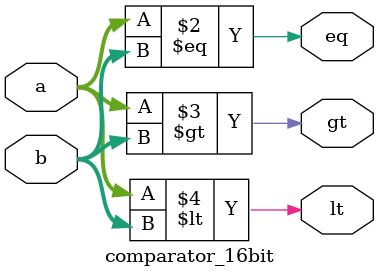
<source format=v>

module comparator_decoder (
    input [15:0] a,
    input [15:0] b,
    input [3:0] sel,
    input mode,
    input wire clk,
    input wire reset,
    output reg [15:0] out
);

    wire eq;
    wire gt;
    wire lt;

    comparator_16bit cmp (
        .a(a),
        .b(b),
        .eq(eq),
        .gt(gt),
        .lt(lt)
    );

    wire [15:0] decoder_out;
    assign decoder_out = {3'b000, eq, gt, lt};

    wire [15:0] reg_in;
    assign reg_in = (mode == 0) ? a : b;

    reg [15:0] reg_out;
    always @(posedge clk or posedge reset) begin
        if (reset) begin
            reg_out <= 16'b0;
        end else if (decoder_out[sel] == 1) begin
            reg_out <= reg_in;
        end
    end

    always @* begin
        if (decoder_out[sel] == 1) begin
            out <= reg_out;
        end else begin
            out <= {1'b0, eq, gt, lt}; //added the missing driver
        end
    end

endmodule
module comparator_16bit (
    input [15:0] a,
    input [15:0] b,
    output reg eq,
    output reg gt,
    output reg lt
);

    always @* begin
        eq = (a == b);
        gt = (a > b);
        lt = (a < b);
    end

endmodule
</source>
